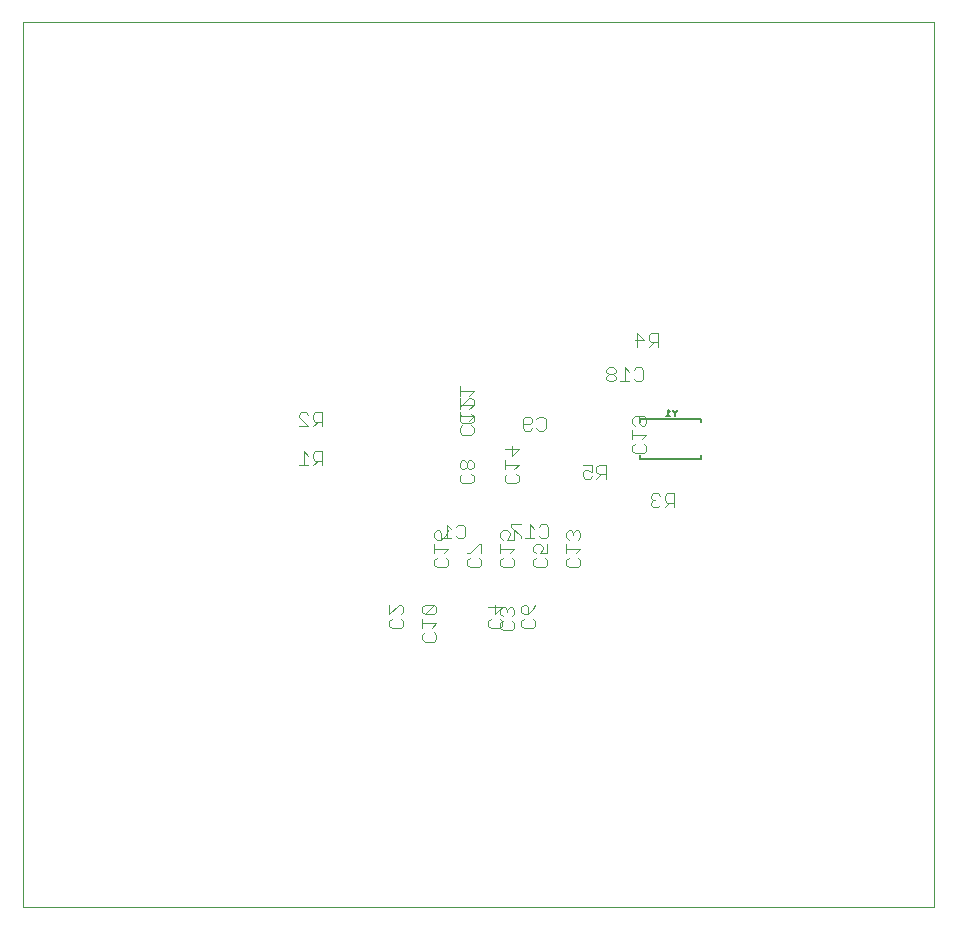
<source format=gbo>
G75*
%MOIN*%
%OFA0B0*%
%FSLAX25Y25*%
%IPPOS*%
%LPD*%
%AMOC8*
5,1,8,0,0,1.08239X$1,22.5*
%
%ADD10C,0.00000*%
%ADD11C,0.00400*%
%ADD12C,0.00800*%
%ADD13C,0.00500*%
D10*
X0001500Y0001500D02*
X0001500Y0296461D01*
X0305201Y0296461D01*
X0305201Y0001500D01*
X0001500Y0001500D01*
D11*
X0123700Y0095259D02*
X0123700Y0096794D01*
X0124467Y0097561D01*
X0123700Y0099096D02*
X0126769Y0102165D01*
X0127537Y0102165D01*
X0128304Y0101398D01*
X0128304Y0099863D01*
X0127537Y0099096D01*
X0127537Y0097561D02*
X0128304Y0096794D01*
X0128304Y0095259D01*
X0127537Y0094492D01*
X0124467Y0094492D01*
X0123700Y0095259D01*
X0123700Y0099096D02*
X0123700Y0102165D01*
X0134700Y0101398D02*
X0134700Y0099863D01*
X0135467Y0099096D01*
X0138537Y0102165D01*
X0135467Y0102165D01*
X0134700Y0101398D01*
X0135467Y0099096D02*
X0138537Y0099096D01*
X0139304Y0099863D01*
X0139304Y0101398D01*
X0138537Y0102165D01*
X0134700Y0097561D02*
X0134700Y0094492D01*
X0134700Y0096027D02*
X0139304Y0096027D01*
X0137769Y0094492D01*
X0138537Y0092957D02*
X0139304Y0092190D01*
X0139304Y0090656D01*
X0138537Y0089888D01*
X0135467Y0089888D01*
X0134700Y0090656D01*
X0134700Y0092190D01*
X0135467Y0092957D01*
X0156700Y0095259D02*
X0156700Y0096794D01*
X0157467Y0097561D01*
X0159002Y0099096D02*
X0159002Y0102165D01*
X0160700Y0100606D02*
X0160700Y0099071D01*
X0161467Y0098304D01*
X0160537Y0097561D02*
X0161304Y0096794D01*
X0161304Y0095259D01*
X0160537Y0094492D01*
X0157467Y0094492D01*
X0156700Y0095259D01*
X0160700Y0096002D02*
X0161467Y0096769D01*
X0160700Y0096002D02*
X0160700Y0094467D01*
X0161467Y0093700D01*
X0164537Y0093700D01*
X0165304Y0094467D01*
X0165304Y0096002D01*
X0164537Y0096769D01*
X0164537Y0098304D02*
X0165304Y0099071D01*
X0165304Y0100606D01*
X0164537Y0101373D01*
X0163769Y0101373D01*
X0163002Y0100606D01*
X0162235Y0101373D01*
X0161467Y0101373D01*
X0160700Y0100606D01*
X0161304Y0101398D02*
X0156700Y0101398D01*
X0159002Y0099096D02*
X0161304Y0101398D01*
X0163002Y0100606D02*
X0163002Y0099839D01*
X0167700Y0099863D02*
X0167700Y0101398D01*
X0168467Y0102165D01*
X0169235Y0102165D01*
X0170002Y0101398D01*
X0170002Y0099096D01*
X0168467Y0099096D01*
X0167700Y0099863D01*
X0168467Y0097561D02*
X0167700Y0096794D01*
X0167700Y0095259D01*
X0168467Y0094492D01*
X0171537Y0094492D01*
X0172304Y0095259D01*
X0172304Y0096794D01*
X0171537Y0097561D01*
X0170002Y0099096D02*
X0171537Y0100631D01*
X0172304Y0102165D01*
X0172467Y0114700D02*
X0171700Y0115467D01*
X0171700Y0117002D01*
X0172467Y0117769D01*
X0172467Y0119304D02*
X0171700Y0120071D01*
X0171700Y0121606D01*
X0172467Y0122373D01*
X0174002Y0122373D01*
X0174769Y0121606D01*
X0174769Y0120839D01*
X0174002Y0119304D01*
X0176304Y0119304D01*
X0176304Y0122373D01*
X0175868Y0124393D02*
X0174333Y0124393D01*
X0173566Y0125160D01*
X0172031Y0124393D02*
X0168962Y0124393D01*
X0167428Y0124393D02*
X0167428Y0125160D01*
X0164358Y0128230D01*
X0164358Y0128997D01*
X0167428Y0128997D01*
X0165304Y0126977D02*
X0165304Y0123908D01*
X0163002Y0123908D01*
X0163769Y0125442D01*
X0163769Y0126210D01*
X0163002Y0126977D01*
X0161467Y0126977D01*
X0160700Y0126210D01*
X0160700Y0124675D01*
X0161467Y0123908D01*
X0160700Y0122373D02*
X0160700Y0119304D01*
X0160700Y0120839D02*
X0165304Y0120839D01*
X0163769Y0119304D01*
X0164537Y0117769D02*
X0165304Y0117002D01*
X0165304Y0115467D01*
X0164537Y0114700D01*
X0161467Y0114700D01*
X0160700Y0115467D01*
X0160700Y0117002D01*
X0161467Y0117769D01*
X0154304Y0117002D02*
X0154304Y0115467D01*
X0153537Y0114700D01*
X0150467Y0114700D01*
X0149700Y0115467D01*
X0149700Y0117002D01*
X0150467Y0117769D01*
X0150467Y0119304D02*
X0149700Y0119304D01*
X0150467Y0119304D02*
X0153537Y0122373D01*
X0154304Y0122373D01*
X0154304Y0119304D01*
X0153537Y0117769D02*
X0154304Y0117002D01*
X0148197Y0124314D02*
X0146663Y0124314D01*
X0145895Y0125081D01*
X0144361Y0124314D02*
X0141291Y0124314D01*
X0141002Y0123908D02*
X0141002Y0126210D01*
X0140235Y0126977D01*
X0139467Y0126977D01*
X0138700Y0126210D01*
X0138700Y0124675D01*
X0139467Y0123908D01*
X0141002Y0123908D01*
X0142537Y0125442D01*
X0143304Y0126977D01*
X0144361Y0127383D02*
X0142826Y0128918D01*
X0142826Y0124314D01*
X0143304Y0120839D02*
X0138700Y0120839D01*
X0138700Y0122373D02*
X0138700Y0119304D01*
X0139467Y0117769D02*
X0138700Y0117002D01*
X0138700Y0115467D01*
X0139467Y0114700D01*
X0142537Y0114700D01*
X0143304Y0115467D01*
X0143304Y0117002D01*
X0142537Y0117769D01*
X0141769Y0119304D02*
X0143304Y0120839D01*
X0148197Y0124314D02*
X0148965Y0125081D01*
X0148965Y0128151D01*
X0148197Y0128918D01*
X0146663Y0128918D01*
X0145895Y0128151D01*
X0147967Y0142700D02*
X0147200Y0143467D01*
X0147200Y0145002D01*
X0147967Y0145769D01*
X0147967Y0147304D02*
X0147200Y0148071D01*
X0147200Y0149606D01*
X0147967Y0150373D01*
X0148735Y0150373D01*
X0149502Y0149606D01*
X0149502Y0148071D01*
X0150269Y0147304D01*
X0151037Y0147304D01*
X0151804Y0148071D01*
X0151804Y0149606D01*
X0151037Y0150373D01*
X0150269Y0150373D01*
X0149502Y0149606D01*
X0149502Y0148071D02*
X0148735Y0147304D01*
X0147967Y0147304D01*
X0151037Y0145769D02*
X0151804Y0145002D01*
X0151804Y0143467D01*
X0151037Y0142700D01*
X0147967Y0142700D01*
X0162200Y0143467D02*
X0162200Y0145002D01*
X0162967Y0145769D01*
X0162200Y0147304D02*
X0162200Y0150373D01*
X0162200Y0148839D02*
X0166804Y0148839D01*
X0165269Y0147304D01*
X0166037Y0145769D02*
X0166804Y0145002D01*
X0166804Y0143467D01*
X0166037Y0142700D01*
X0162967Y0142700D01*
X0162200Y0143467D01*
X0164502Y0151908D02*
X0164502Y0154977D01*
X0162200Y0154210D02*
X0166804Y0154210D01*
X0164502Y0151908D01*
X0168894Y0160200D02*
X0168127Y0160967D01*
X0168127Y0164037D01*
X0168894Y0164804D01*
X0170429Y0164804D01*
X0171196Y0164037D01*
X0171196Y0163269D01*
X0170429Y0162502D01*
X0168127Y0162502D01*
X0168894Y0160200D02*
X0170429Y0160200D01*
X0171196Y0160967D01*
X0172731Y0160967D02*
X0173498Y0160200D01*
X0175033Y0160200D01*
X0175800Y0160967D01*
X0175800Y0164037D01*
X0175033Y0164804D01*
X0173498Y0164804D01*
X0172731Y0164037D01*
X0188127Y0148804D02*
X0191196Y0148804D01*
X0191196Y0146502D01*
X0189661Y0147269D01*
X0188894Y0147269D01*
X0188127Y0146502D01*
X0188127Y0144967D01*
X0188894Y0144200D01*
X0190429Y0144200D01*
X0191196Y0144967D01*
X0192731Y0144200D02*
X0194265Y0145735D01*
X0193498Y0145735D02*
X0195800Y0145735D01*
X0195800Y0144200D02*
X0195800Y0148804D01*
X0193498Y0148804D01*
X0192731Y0148037D01*
X0192731Y0146502D01*
X0193498Y0145735D01*
X0204700Y0153467D02*
X0204700Y0155002D01*
X0205467Y0155769D01*
X0204700Y0157304D02*
X0204700Y0160373D01*
X0204700Y0158839D02*
X0209304Y0158839D01*
X0207769Y0157304D01*
X0208537Y0155769D02*
X0209304Y0155002D01*
X0209304Y0153467D01*
X0208537Y0152700D01*
X0205467Y0152700D01*
X0204700Y0153467D01*
X0205467Y0161908D02*
X0204700Y0162675D01*
X0204700Y0164210D01*
X0205467Y0164977D01*
X0208537Y0164977D01*
X0209304Y0164210D01*
X0209304Y0162675D01*
X0208537Y0161908D01*
X0207769Y0161908D01*
X0207002Y0162675D01*
X0207002Y0164977D01*
X0207533Y0176700D02*
X0205998Y0176700D01*
X0205231Y0177467D01*
X0203696Y0176700D02*
X0200627Y0176700D01*
X0202161Y0176700D02*
X0202161Y0181304D01*
X0203696Y0179769D01*
X0205231Y0180537D02*
X0205998Y0181304D01*
X0207533Y0181304D01*
X0208300Y0180537D01*
X0208300Y0177467D01*
X0207533Y0176700D01*
X0199092Y0177467D02*
X0199092Y0178235D01*
X0198325Y0179002D01*
X0196790Y0179002D01*
X0196023Y0178235D01*
X0196023Y0177467D01*
X0196790Y0176700D01*
X0198325Y0176700D01*
X0199092Y0177467D01*
X0198325Y0179002D02*
X0199092Y0179769D01*
X0199092Y0180537D01*
X0198325Y0181304D01*
X0196790Y0181304D01*
X0196023Y0180537D01*
X0196023Y0179769D01*
X0196790Y0179002D01*
X0206394Y0188200D02*
X0206394Y0192804D01*
X0208696Y0190502D01*
X0205627Y0190502D01*
X0210231Y0190502D02*
X0210998Y0189735D01*
X0213300Y0189735D01*
X0211765Y0189735D02*
X0210231Y0188200D01*
X0210231Y0190502D02*
X0210231Y0192037D01*
X0210998Y0192804D01*
X0213300Y0192804D01*
X0213300Y0188200D01*
X0213137Y0139304D02*
X0211602Y0139304D01*
X0210835Y0138537D01*
X0210835Y0137769D01*
X0211602Y0137002D01*
X0210835Y0136235D01*
X0210835Y0135467D01*
X0211602Y0134700D01*
X0213137Y0134700D01*
X0213904Y0135467D01*
X0215439Y0134700D02*
X0216973Y0136235D01*
X0216206Y0136235D02*
X0218508Y0136235D01*
X0218508Y0134700D02*
X0218508Y0139304D01*
X0216206Y0139304D01*
X0215439Y0138537D01*
X0215439Y0137002D01*
X0216206Y0136235D01*
X0213904Y0138537D02*
X0213137Y0139304D01*
X0212369Y0137002D02*
X0211602Y0137002D01*
X0187304Y0126210D02*
X0187304Y0124675D01*
X0186537Y0123908D01*
X0185002Y0125442D02*
X0185002Y0126210D01*
X0184235Y0126977D01*
X0183467Y0126977D01*
X0182700Y0126210D01*
X0182700Y0124675D01*
X0183467Y0123908D01*
X0182700Y0122373D02*
X0182700Y0119304D01*
X0182700Y0120839D02*
X0187304Y0120839D01*
X0185769Y0119304D01*
X0186537Y0117769D02*
X0187304Y0117002D01*
X0187304Y0115467D01*
X0186537Y0114700D01*
X0183467Y0114700D01*
X0182700Y0115467D01*
X0182700Y0117002D01*
X0183467Y0117769D01*
X0176304Y0117002D02*
X0176304Y0115467D01*
X0175537Y0114700D01*
X0172467Y0114700D01*
X0175537Y0117769D02*
X0176304Y0117002D01*
X0175868Y0124393D02*
X0176635Y0125160D01*
X0176635Y0128230D01*
X0175868Y0128997D01*
X0174333Y0128997D01*
X0173566Y0128230D01*
X0172031Y0127462D02*
X0170497Y0128997D01*
X0170497Y0124393D01*
X0185002Y0126210D02*
X0185769Y0126977D01*
X0186537Y0126977D01*
X0187304Y0126210D01*
X0151804Y0159656D02*
X0151804Y0161190D01*
X0151037Y0161957D01*
X0151037Y0162700D02*
X0147967Y0162700D01*
X0147200Y0163467D01*
X0147200Y0165002D01*
X0147967Y0165769D01*
X0147200Y0165027D02*
X0151804Y0165027D01*
X0150269Y0163492D01*
X0151037Y0162700D02*
X0151804Y0163467D01*
X0151804Y0165002D01*
X0151037Y0165769D01*
X0150269Y0167304D02*
X0151804Y0168839D01*
X0147200Y0168839D01*
X0147200Y0168096D02*
X0150269Y0171165D01*
X0151037Y0171165D01*
X0151804Y0170398D01*
X0151804Y0168863D01*
X0151037Y0168096D01*
X0150269Y0171908D02*
X0151804Y0173442D01*
X0147200Y0173442D01*
X0147200Y0171908D02*
X0147200Y0174977D01*
X0147200Y0171165D02*
X0147200Y0168096D01*
X0147200Y0167304D02*
X0147200Y0170373D01*
X0147200Y0166561D02*
X0147200Y0163492D01*
X0147967Y0161957D02*
X0147200Y0161190D01*
X0147200Y0159656D01*
X0147967Y0158888D01*
X0151037Y0158888D01*
X0151804Y0159656D01*
X0101300Y0161700D02*
X0101300Y0166304D01*
X0098998Y0166304D01*
X0098231Y0165537D01*
X0098231Y0164002D01*
X0098998Y0163235D01*
X0101300Y0163235D01*
X0099765Y0163235D02*
X0098231Y0161700D01*
X0096696Y0161700D02*
X0093627Y0164769D01*
X0093627Y0165537D01*
X0094394Y0166304D01*
X0095929Y0166304D01*
X0096696Y0165537D01*
X0096696Y0161700D02*
X0093627Y0161700D01*
X0095161Y0153304D02*
X0095161Y0148700D01*
X0093627Y0148700D02*
X0096696Y0148700D01*
X0098231Y0148700D02*
X0099765Y0150235D01*
X0098998Y0150235D02*
X0101300Y0150235D01*
X0101300Y0148700D02*
X0101300Y0153304D01*
X0098998Y0153304D01*
X0098231Y0152537D01*
X0098231Y0151002D01*
X0098998Y0150235D01*
X0096696Y0151769D02*
X0095161Y0153304D01*
D12*
X0207264Y0151988D02*
X0207264Y0150807D01*
X0227736Y0150807D01*
X0227736Y0151988D01*
X0227736Y0163012D02*
X0227736Y0164193D01*
X0207264Y0164193D01*
X0207264Y0163012D01*
D13*
X0215982Y0165144D02*
X0217250Y0165144D01*
X0216616Y0165144D02*
X0216616Y0167045D01*
X0217250Y0166411D01*
X0218192Y0166728D02*
X0218192Y0167045D01*
X0218192Y0166728D02*
X0218826Y0166095D01*
X0218826Y0165144D01*
X0218826Y0166095D02*
X0219460Y0166728D01*
X0219460Y0167045D01*
M02*

</source>
